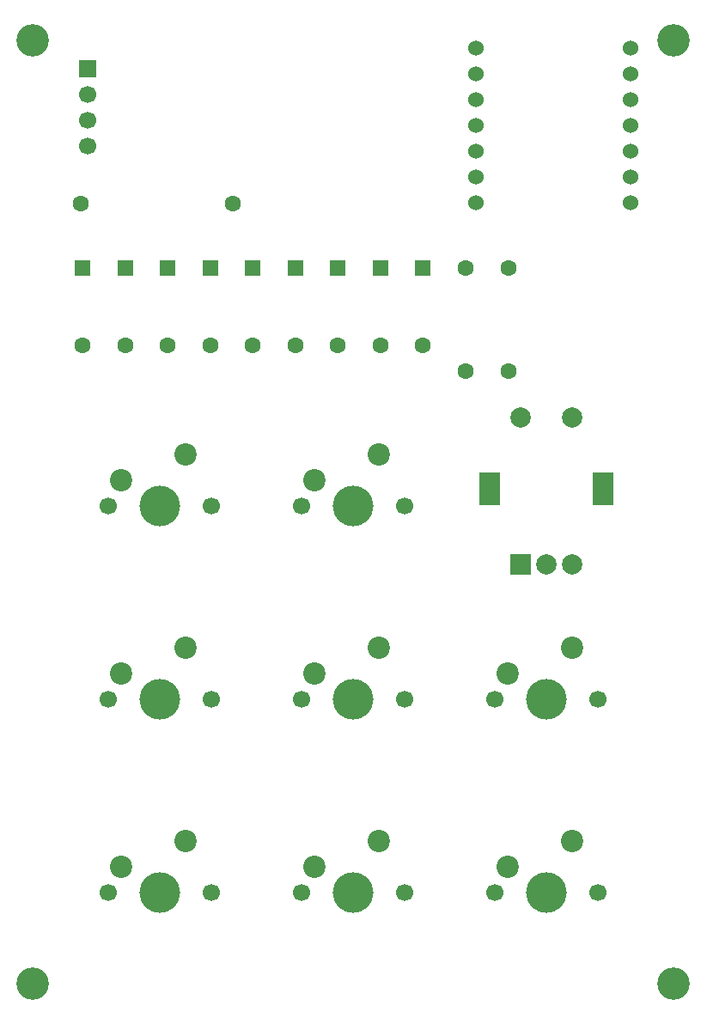
<source format=gbr>
G04 #@! TF.GenerationSoftware,KiCad,Pcbnew,9.0.6*
G04 #@! TF.CreationDate,2025-12-30T14:31:12-05:00*
G04 #@! TF.ProjectId,keyboard,6b657962-6f61-4726-942e-6b696361645f,rev?*
G04 #@! TF.SameCoordinates,Original*
G04 #@! TF.FileFunction,Soldermask,Bot*
G04 #@! TF.FilePolarity,Negative*
%FSLAX46Y46*%
G04 Gerber Fmt 4.6, Leading zero omitted, Abs format (unit mm)*
G04 Created by KiCad (PCBNEW 9.0.6) date 2025-12-30 14:31:12*
%MOMM*%
%LPD*%
G01*
G04 APERTURE LIST*
G04 Aperture macros list*
%AMRoundRect*
0 Rectangle with rounded corners*
0 $1 Rounding radius*
0 $2 $3 $4 $5 $6 $7 $8 $9 X,Y pos of 4 corners*
0 Add a 4 corners polygon primitive as box body*
4,1,4,$2,$3,$4,$5,$6,$7,$8,$9,$2,$3,0*
0 Add four circle primitives for the rounded corners*
1,1,$1+$1,$2,$3*
1,1,$1+$1,$4,$5*
1,1,$1+$1,$6,$7*
1,1,$1+$1,$8,$9*
0 Add four rect primitives between the rounded corners*
20,1,$1+$1,$2,$3,$4,$5,0*
20,1,$1+$1,$4,$5,$6,$7,0*
20,1,$1+$1,$6,$7,$8,$9,0*
20,1,$1+$1,$8,$9,$2,$3,0*%
G04 Aperture macros list end*
%ADD10RoundRect,0.250000X-0.550000X0.550000X-0.550000X-0.550000X0.550000X-0.550000X0.550000X0.550000X0*%
%ADD11C,1.600000*%
%ADD12C,3.200000*%
%ADD13C,1.700000*%
%ADD14C,4.000000*%
%ADD15C,2.200000*%
%ADD16C,1.524000*%
%ADD17R,2.000000X2.000000*%
%ADD18C,2.000000*%
%ADD19R,2.000000X3.200000*%
%ADD20R,1.700000X1.700000*%
G04 APERTURE END LIST*
D10*
X48865711Y-72036936D03*
D11*
X48865711Y-79656936D03*
D12*
X27217800Y-142560788D03*
D13*
X53649472Y-114556368D03*
D14*
X58729472Y-114556368D03*
D13*
X63809472Y-114556368D03*
D15*
X61269472Y-109476368D03*
X54919472Y-112016368D03*
D12*
X27217800Y-49596880D03*
D10*
X53061558Y-72036936D03*
D11*
X53061558Y-79656936D03*
D16*
X70828732Y-50384484D03*
X70828732Y-52924484D03*
X70828732Y-55464484D03*
X70828732Y-58004484D03*
X70828732Y-60544484D03*
X70828732Y-63084484D03*
X70828732Y-65624484D03*
X86068732Y-65624484D03*
X86068732Y-63084484D03*
X86068732Y-60544484D03*
X86068732Y-58004484D03*
X86068732Y-55464484D03*
X86068732Y-52924484D03*
X86068732Y-50384484D03*
D11*
X74040792Y-82196936D03*
X74040792Y-72036936D03*
X46882324Y-65746108D03*
X31882324Y-65746108D03*
D12*
X90363096Y-49596880D03*
D13*
X72701932Y-114556368D03*
D14*
X77781932Y-114556368D03*
D13*
X82861932Y-114556368D03*
D15*
X80321932Y-109476368D03*
X73971932Y-112016368D03*
D10*
X65649098Y-72036936D03*
D11*
X65649098Y-79656936D03*
D10*
X32082324Y-72036936D03*
D11*
X32082324Y-79656936D03*
D13*
X34598324Y-133608828D03*
D14*
X39678324Y-133608828D03*
D13*
X44758324Y-133608828D03*
D15*
X42218324Y-128528828D03*
X35868324Y-131068828D03*
D12*
X90363096Y-142560788D03*
D13*
X53650456Y-133608172D03*
D14*
X58730456Y-133608172D03*
D13*
X63810456Y-133608172D03*
D15*
X61270456Y-128528172D03*
X54920456Y-131068172D03*
D17*
X75307436Y-101310684D03*
D18*
X80307436Y-101310684D03*
X77807436Y-101310684D03*
D19*
X72207436Y-93810684D03*
X83407436Y-93810684D03*
D18*
X80307436Y-86810684D03*
X75307436Y-86810684D03*
D13*
X53649472Y-95503908D03*
D14*
X58729472Y-95503908D03*
D13*
X63809472Y-95503908D03*
D15*
X61269472Y-90423908D03*
X54919472Y-92963908D03*
D10*
X36278171Y-72036936D03*
D11*
X36278171Y-79656936D03*
D13*
X34598324Y-95503908D03*
D14*
X39678324Y-95503908D03*
D13*
X44758324Y-95503908D03*
D15*
X42218324Y-90423908D03*
X35868324Y-92963908D03*
D13*
X72702096Y-133608828D03*
D14*
X77782096Y-133608828D03*
D13*
X82862096Y-133608828D03*
D15*
X80322096Y-128528828D03*
X73972096Y-131068828D03*
D11*
X69844945Y-82196936D03*
X69844945Y-72036936D03*
D13*
X34598324Y-114556368D03*
D14*
X39678324Y-114556368D03*
D13*
X44758324Y-114556368D03*
D15*
X42218324Y-109476368D03*
X35868324Y-112016368D03*
D10*
X44669864Y-72036936D03*
D11*
X44669864Y-79656936D03*
D10*
X40474018Y-72036936D03*
D11*
X40474018Y-79656936D03*
D10*
X57257405Y-72036936D03*
D11*
X57257405Y-79656936D03*
D20*
X32602324Y-52440120D03*
D13*
X32602324Y-54980120D03*
X32602324Y-57520120D03*
X32602324Y-60060120D03*
D10*
X61453252Y-72036936D03*
D11*
X61453252Y-79656936D03*
M02*

</source>
